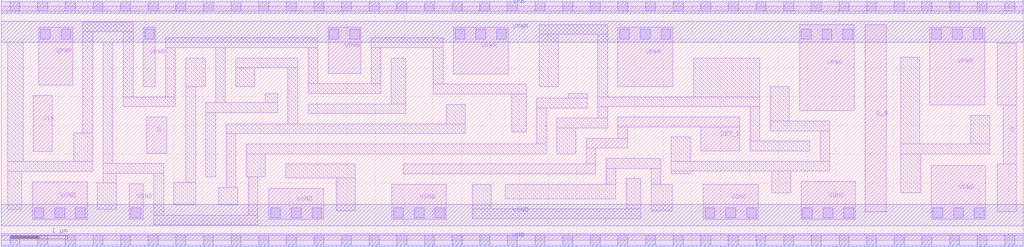
<source format=lef>
# Copyright 2020 The SkyWater PDK Authors
#
# Licensed under the Apache License, Version 2.0 (the "License");
# you may not use this file except in compliance with the License.
# You may obtain a copy of the License at
#
#     https://www.apache.org/licenses/LICENSE-2.0
#
# Unless required by applicable law or agreed to in writing, software
# distributed under the License is distributed on an "AS IS" BASIS,
# WITHOUT WARRANTIES OR CONDITIONS OF ANY KIND, either express or implied.
# See the License for the specific language governing permissions and
# limitations under the License.
#
# SPDX-License-Identifier: Apache-2.0

VERSION 5.5 ;
NAMESCASESENSITIVE ON ;
BUSBITCHARS "[]" ;
DIVIDERCHAR "/" ;
MACRO sky130_fd_sc_hvl__dfsbp_1
  CLASS CORE ;
  SOURCE USER ;
  ORIGIN  0.000000  0.000000 ;
  SIZE  17.76000 BY  4.070000 ;
  SYMMETRY X Y ;
  SITE unithv ;
  PIN D
    ANTENNAGATEAREA  0.420000 ;
    DIRECTION INPUT ;
    USE SIGNAL ;
    PORT
      LAYER li1 ;
        RECT 2.525000 1.515000 2.875000 2.145000 ;
    END
  END D
  PIN Q
    ANTENNADIFFAREA  0.498750 ;
    DIRECTION OUTPUT ;
    USE SIGNAL ;
    PORT
      LAYER li1 ;
        RECT 17.300000 0.495000 17.635000 1.325000 ;
        RECT 17.300000 2.355000 17.635000 3.435000 ;
        RECT 17.405000 1.325000 17.635000 2.355000 ;
    END
  END Q
  PIN Q_N
    ANTENNADIFFAREA  0.641250 ;
    DIRECTION OUTPUT ;
    USE SIGNAL ;
    PORT
      LAYER li1 ;
        RECT 15.015000 0.495000 15.375000 3.755000 ;
    END
  END Q_N
  PIN SET_B
    ANTENNAGATEAREA  0.840000 ;
    DIRECTION INPUT ;
    USE SIGNAL ;
    PORT
      LAYER li1 ;
        RECT  6.985000 1.155000 10.330000 1.325000 ;
        RECT 10.160000 1.325000 10.330000 1.605000 ;
        RECT 10.160000 1.605000 10.885000 1.775000 ;
        RECT 10.715000 1.775000 10.885000 1.975000 ;
        RECT 10.715000 1.975000 12.830000 2.145000 ;
        RECT 12.150000 1.555000 12.830000 1.975000 ;
    END
  END SET_B
  PIN CLK
    ANTENNAGATEAREA  0.585000 ;
    DIRECTION INPUT ;
    USE CLOCK ;
    PORT
      LAYER li1 ;
        RECT 0.560000 1.550000 0.890000 2.520000 ;
    END
  END CLK
  PIN VGND
    DIRECTION INOUT ;
    USE GROUND ;
    PORT
      LAYER li1 ;
        RECT 0.540000 0.365000 1.490000 1.020000 ;
    END
    PORT
      LAYER li1 ;
        RECT 12.200000 0.365000 13.150000 0.975000 ;
    END
    PORT
      LAYER li1 ;
        RECT 13.900000 0.365000 14.835000 1.025000 ;
    END
    PORT
      LAYER li1 ;
        RECT 16.155000 0.365000 17.105000 1.305000 ;
    END
    PORT
      LAYER li1 ;
        RECT 2.220000 0.365000 2.470000 0.985000 ;
    END
    PORT
      LAYER li1 ;
        RECT 4.650000 0.365000 5.600000 0.905000 ;
    END
    PORT
      LAYER li1 ;
        RECT 6.785000 0.365000 7.735000 0.975000 ;
    END
    PORT
      LAYER met1 ;
        RECT 0.000000 0.255000 17.760000 0.625000 ;
    END
  END VGND
  PIN VNB
    DIRECTION INOUT ;
    USE GROUND ;
    PORT
      LAYER li1 ;
        RECT 0.000000 -0.085000 17.760000 0.085000 ;
    END
    PORT
      LAYER met1 ;
        RECT 0.000000 -0.115000 17.760000 0.115000 ;
    END
  END VNB
  PIN VPB
    DIRECTION INOUT ;
    USE POWER ;
    PORT
      LAYER li1 ;
        RECT 0.000000 3.985000 17.760000 4.155000 ;
    END
    PORT
      LAYER met1 ;
        RECT 0.000000 3.955000 17.760000 4.185000 ;
    END
  END VPB
  PIN VPWR
    DIRECTION INOUT ;
    USE POWER ;
    PORT
      LAYER li1 ;
        RECT 0.650000 2.700000 1.240000 3.705000 ;
    END
    PORT
      LAYER li1 ;
        RECT 10.715000 2.675000 11.665000 3.705000 ;
    END
    PORT
      LAYER li1 ;
        RECT 13.870000 2.255000 14.820000 3.755000 ;
    END
    PORT
      LAYER li1 ;
        RECT 16.135000 2.355000 17.085000 3.705000 ;
    END
    PORT
      LAYER li1 ;
        RECT 2.470000 2.675000 2.675000 3.705000 ;
    END
    PORT
      LAYER li1 ;
        RECT 5.680000 2.905000 6.245000 3.705000 ;
    END
    PORT
      LAYER li1 ;
        RECT 7.855000 2.895000 8.805000 3.705000 ;
    END
    PORT
      LAYER met1 ;
        RECT 0.000000 3.445000 17.760000 3.815000 ;
    END
  END VPWR
  OBS
    LAYER li1 ;
      RECT  0.110000 0.540000  0.360000 1.200000 ;
      RECT  0.110000 1.200000  1.590000 1.370000 ;
      RECT  0.110000 1.370000  0.380000 3.450000 ;
      RECT  1.260000 1.370000  1.590000 1.870000 ;
      RECT  1.420000 1.870000  1.590000 3.630000 ;
      RECT  1.420000 3.630000  2.290000 3.800000 ;
      RECT  1.670000 0.540000  2.000000 1.000000 ;
      RECT  1.770000 1.000000  2.000000 1.165000 ;
      RECT  1.770000 1.165000  2.820000 1.335000 ;
      RECT  1.770000 1.335000  1.940000 3.450000 ;
      RECT  2.120000 2.325000  3.025000 2.495000 ;
      RECT  2.120000 2.495000  2.290000 3.630000 ;
      RECT  2.650000 0.265000  4.460000 0.435000 ;
      RECT  2.650000 0.435000  2.820000 1.165000 ;
      RECT  2.855000 2.495000  3.025000 3.355000 ;
      RECT  2.855000 3.355000  5.500000 3.525000 ;
      RECT  3.000000 0.615000  3.375000 1.005000 ;
      RECT  3.205000 1.005000  3.375000 2.675000 ;
      RECT  3.205000 2.675000  3.545000 3.175000 ;
      RECT  3.555000 1.105000  3.725000 2.225000 ;
      RECT  3.555000 2.225000  4.800000 2.395000 ;
      RECT  3.725000 2.395000  3.895000 3.355000 ;
      RECT  3.780000 0.615000  4.110000 0.925000 ;
      RECT  3.905000 0.925000  4.075000 1.855000 ;
      RECT  3.905000 1.855000  8.060000 2.025000 ;
      RECT  4.075000 2.675000  4.405000 3.005000 ;
      RECT  4.075000 3.005000  5.150000 3.175000 ;
      RECT  4.255000 1.105000  4.585000 1.505000 ;
      RECT  4.255000 1.505000  9.470000 1.675000 ;
      RECT  4.290000 0.435000  4.460000 1.105000 ;
      RECT  4.585000 2.395000  4.800000 2.555000 ;
      RECT  4.945000 1.085000  6.150000 1.325000 ;
      RECT  4.980000 2.025000  5.150000 3.005000 ;
      RECT  5.330000 2.205000  7.025000 2.375000 ;
      RECT  5.330000 2.555000  6.595000 2.725000 ;
      RECT  5.330000 2.725000  5.500000 3.355000 ;
      RECT  5.820000 0.515000  6.150000 1.085000 ;
      RECT  6.425000 2.725000  6.595000 3.355000 ;
      RECT  6.425000 3.355000  7.675000 3.525000 ;
      RECT  6.775000 2.375000  7.025000 3.175000 ;
      RECT  7.505000 2.545000  9.120000 2.715000 ;
      RECT  7.505000 2.715000  7.675000 3.355000 ;
      RECT  7.730000 2.025000  8.060000 2.365000 ;
      RECT  8.185000 0.375000 11.110000 0.545000 ;
      RECT  8.185000 0.545000  8.515000 0.975000 ;
      RECT  8.755000 0.725000 10.680000 0.975000 ;
      RECT  8.870000 1.885000  9.120000 2.545000 ;
      RECT  9.300000 1.675000  9.470000 2.305000 ;
      RECT  9.300000 2.305000 10.185000 2.475000 ;
      RECT  9.345000 2.675000  9.675000 3.585000 ;
      RECT  9.345000 3.585000 10.535000 3.755000 ;
      RECT  9.650000 1.505000  9.980000 1.955000 ;
      RECT  9.650000 1.955000 10.535000 2.125000 ;
      RECT  9.855000 2.475000 10.185000 2.555000 ;
      RECT 10.365000 2.125000 10.535000 2.325000 ;
      RECT 10.365000 2.325000 13.180000 2.495000 ;
      RECT 10.365000 2.495000 10.535000 3.585000 ;
      RECT 10.510000 0.975000 10.680000 1.255000 ;
      RECT 10.510000 1.255000 11.460000 1.425000 ;
      RECT 10.860000 0.545000 11.110000 1.075000 ;
      RECT 11.290000 0.515000 11.660000 0.975000 ;
      RECT 11.290000 0.975000 11.460000 1.255000 ;
      RECT 11.640000 1.155000 11.970000 1.205000 ;
      RECT 11.640000 1.205000 14.395000 1.375000 ;
      RECT 11.640000 1.375000 11.970000 1.795000 ;
      RECT 12.035000 2.495000 13.180000 3.175000 ;
      RECT 13.010000 1.555000 14.045000 1.725000 ;
      RECT 13.010000 1.725000 13.180000 2.325000 ;
      RECT 13.360000 1.905000 14.395000 2.075000 ;
      RECT 13.360000 2.075000 13.690000 2.675000 ;
      RECT 13.390000 0.825000 13.720000 1.205000 ;
      RECT 14.225000 1.375000 14.395000 1.905000 ;
      RECT 15.625000 0.825000 15.975000 1.505000 ;
      RECT 15.625000 1.505000 17.175000 1.675000 ;
      RECT 15.625000 1.675000 15.955000 3.185000 ;
      RECT 16.845000 1.675000 17.175000 2.175000 ;
    LAYER mcon ;
      RECT  0.155000 -0.085000  0.325000 0.085000 ;
      RECT  0.155000  3.985000  0.325000 4.155000 ;
      RECT  0.570000  0.395000  0.740000 0.565000 ;
      RECT  0.635000 -0.085000  0.805000 0.085000 ;
      RECT  0.635000  3.985000  0.805000 4.155000 ;
      RECT  0.680000  3.505000  0.850000 3.675000 ;
      RECT  0.930000  0.395000  1.100000 0.565000 ;
      RECT  1.040000  3.505000  1.210000 3.675000 ;
      RECT  1.115000 -0.085000  1.285000 0.085000 ;
      RECT  1.115000  3.985000  1.285000 4.155000 ;
      RECT  1.290000  0.395000  1.460000 0.565000 ;
      RECT  1.595000 -0.085000  1.765000 0.085000 ;
      RECT  1.595000  3.985000  1.765000 4.155000 ;
      RECT  2.075000 -0.085000  2.245000 0.085000 ;
      RECT  2.075000  3.985000  2.245000 4.155000 ;
      RECT  2.250000  0.395000  2.420000 0.565000 ;
      RECT  2.490000  3.505000  2.660000 3.675000 ;
      RECT  2.555000 -0.085000  2.725000 0.085000 ;
      RECT  2.555000  3.985000  2.725000 4.155000 ;
      RECT  3.035000 -0.085000  3.205000 0.085000 ;
      RECT  3.035000  3.985000  3.205000 4.155000 ;
      RECT  3.515000 -0.085000  3.685000 0.085000 ;
      RECT  3.515000  3.985000  3.685000 4.155000 ;
      RECT  3.995000 -0.085000  4.165000 0.085000 ;
      RECT  3.995000  3.985000  4.165000 4.155000 ;
      RECT  4.475000 -0.085000  4.645000 0.085000 ;
      RECT  4.475000  3.985000  4.645000 4.155000 ;
      RECT  4.680000  0.395000  4.850000 0.565000 ;
      RECT  4.955000 -0.085000  5.125000 0.085000 ;
      RECT  4.955000  3.985000  5.125000 4.155000 ;
      RECT  5.040000  0.395000  5.210000 0.565000 ;
      RECT  5.400000  0.395000  5.570000 0.565000 ;
      RECT  5.435000 -0.085000  5.605000 0.085000 ;
      RECT  5.435000  3.985000  5.605000 4.155000 ;
      RECT  5.695000  3.505000  5.865000 3.675000 ;
      RECT  5.915000 -0.085000  6.085000 0.085000 ;
      RECT  5.915000  3.985000  6.085000 4.155000 ;
      RECT  6.055000  3.505000  6.225000 3.675000 ;
      RECT  6.395000 -0.085000  6.565000 0.085000 ;
      RECT  6.395000  3.985000  6.565000 4.155000 ;
      RECT  6.815000  0.395000  6.985000 0.565000 ;
      RECT  6.875000 -0.085000  7.045000 0.085000 ;
      RECT  6.875000  3.985000  7.045000 4.155000 ;
      RECT  7.175000  0.395000  7.345000 0.565000 ;
      RECT  7.355000 -0.085000  7.525000 0.085000 ;
      RECT  7.355000  3.985000  7.525000 4.155000 ;
      RECT  7.535000  0.395000  7.705000 0.565000 ;
      RECT  7.835000 -0.085000  8.005000 0.085000 ;
      RECT  7.835000  3.985000  8.005000 4.155000 ;
      RECT  7.885000  3.505000  8.055000 3.675000 ;
      RECT  8.245000  3.505000  8.415000 3.675000 ;
      RECT  8.315000 -0.085000  8.485000 0.085000 ;
      RECT  8.315000  3.985000  8.485000 4.155000 ;
      RECT  8.605000  3.505000  8.775000 3.675000 ;
      RECT  8.795000 -0.085000  8.965000 0.085000 ;
      RECT  8.795000  3.985000  8.965000 4.155000 ;
      RECT  9.275000 -0.085000  9.445000 0.085000 ;
      RECT  9.275000  3.985000  9.445000 4.155000 ;
      RECT  9.755000 -0.085000  9.925000 0.085000 ;
      RECT  9.755000  3.985000  9.925000 4.155000 ;
      RECT 10.235000 -0.085000 10.405000 0.085000 ;
      RECT 10.235000  3.985000 10.405000 4.155000 ;
      RECT 10.715000 -0.085000 10.885000 0.085000 ;
      RECT 10.715000  3.985000 10.885000 4.155000 ;
      RECT 10.745000  3.505000 10.915000 3.675000 ;
      RECT 11.105000  3.505000 11.275000 3.675000 ;
      RECT 11.195000 -0.085000 11.365000 0.085000 ;
      RECT 11.195000  3.985000 11.365000 4.155000 ;
      RECT 11.465000  3.505000 11.635000 3.675000 ;
      RECT 11.675000 -0.085000 11.845000 0.085000 ;
      RECT 11.675000  3.985000 11.845000 4.155000 ;
      RECT 12.155000 -0.085000 12.325000 0.085000 ;
      RECT 12.155000  3.985000 12.325000 4.155000 ;
      RECT 12.230000  0.395000 12.400000 0.565000 ;
      RECT 12.590000  0.395000 12.760000 0.565000 ;
      RECT 12.635000 -0.085000 12.805000 0.085000 ;
      RECT 12.635000  3.985000 12.805000 4.155000 ;
      RECT 12.950000  0.395000 13.120000 0.565000 ;
      RECT 13.115000 -0.085000 13.285000 0.085000 ;
      RECT 13.115000  3.985000 13.285000 4.155000 ;
      RECT 13.595000 -0.085000 13.765000 0.085000 ;
      RECT 13.595000  3.985000 13.765000 4.155000 ;
      RECT 13.900000  3.505000 14.070000 3.675000 ;
      RECT 13.920000  0.395000 14.090000 0.565000 ;
      RECT 14.075000 -0.085000 14.245000 0.085000 ;
      RECT 14.075000  3.985000 14.245000 4.155000 ;
      RECT 14.260000  3.505000 14.430000 3.675000 ;
      RECT 14.280000  0.395000 14.450000 0.565000 ;
      RECT 14.555000 -0.085000 14.725000 0.085000 ;
      RECT 14.555000  3.985000 14.725000 4.155000 ;
      RECT 14.620000  3.505000 14.790000 3.675000 ;
      RECT 14.640000  0.395000 14.810000 0.565000 ;
      RECT 15.035000 -0.085000 15.205000 0.085000 ;
      RECT 15.035000  3.985000 15.205000 4.155000 ;
      RECT 15.515000 -0.085000 15.685000 0.085000 ;
      RECT 15.515000  3.985000 15.685000 4.155000 ;
      RECT 15.995000 -0.085000 16.165000 0.085000 ;
      RECT 15.995000  3.985000 16.165000 4.155000 ;
      RECT 16.165000  3.505000 16.335000 3.675000 ;
      RECT 16.185000  0.395000 16.355000 0.565000 ;
      RECT 16.475000 -0.085000 16.645000 0.085000 ;
      RECT 16.475000  3.985000 16.645000 4.155000 ;
      RECT 16.525000  3.505000 16.695000 3.675000 ;
      RECT 16.545000  0.395000 16.715000 0.565000 ;
      RECT 16.885000  3.505000 17.055000 3.675000 ;
      RECT 16.905000  0.395000 17.075000 0.565000 ;
      RECT 16.955000 -0.085000 17.125000 0.085000 ;
      RECT 16.955000  3.985000 17.125000 4.155000 ;
      RECT 17.435000 -0.085000 17.605000 0.085000 ;
      RECT 17.435000  3.985000 17.605000 4.155000 ;
  END
END sky130_fd_sc_hvl__dfsbp_1

</source>
